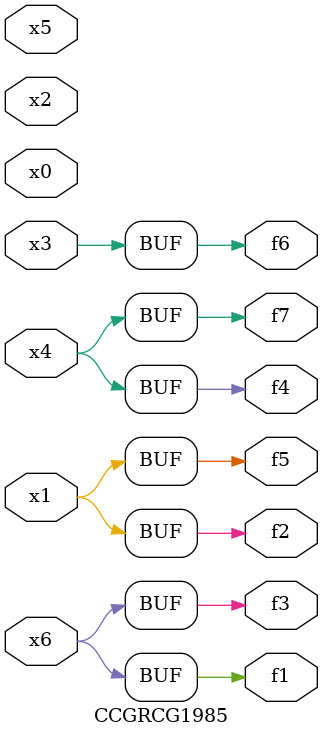
<source format=v>
module CCGRCG1985(
	input x0, x1, x2, x3, x4, x5, x6,
	output f1, f2, f3, f4, f5, f6, f7
);
	assign f1 = x6;
	assign f2 = x1;
	assign f3 = x6;
	assign f4 = x4;
	assign f5 = x1;
	assign f6 = x3;
	assign f7 = x4;
endmodule

</source>
